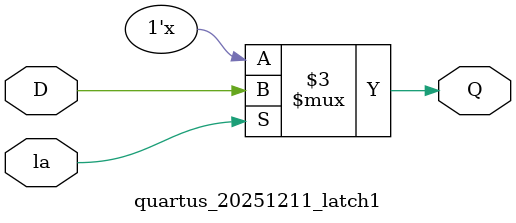
<source format=v>
module quartus_20251211_latch1(D,la,Q);
	input D,la;
	output Q;
	reg Q;
	
	always @(*) begin
		if (la) Q = D;
		else Q = Q;
	end
endmodule

</source>
